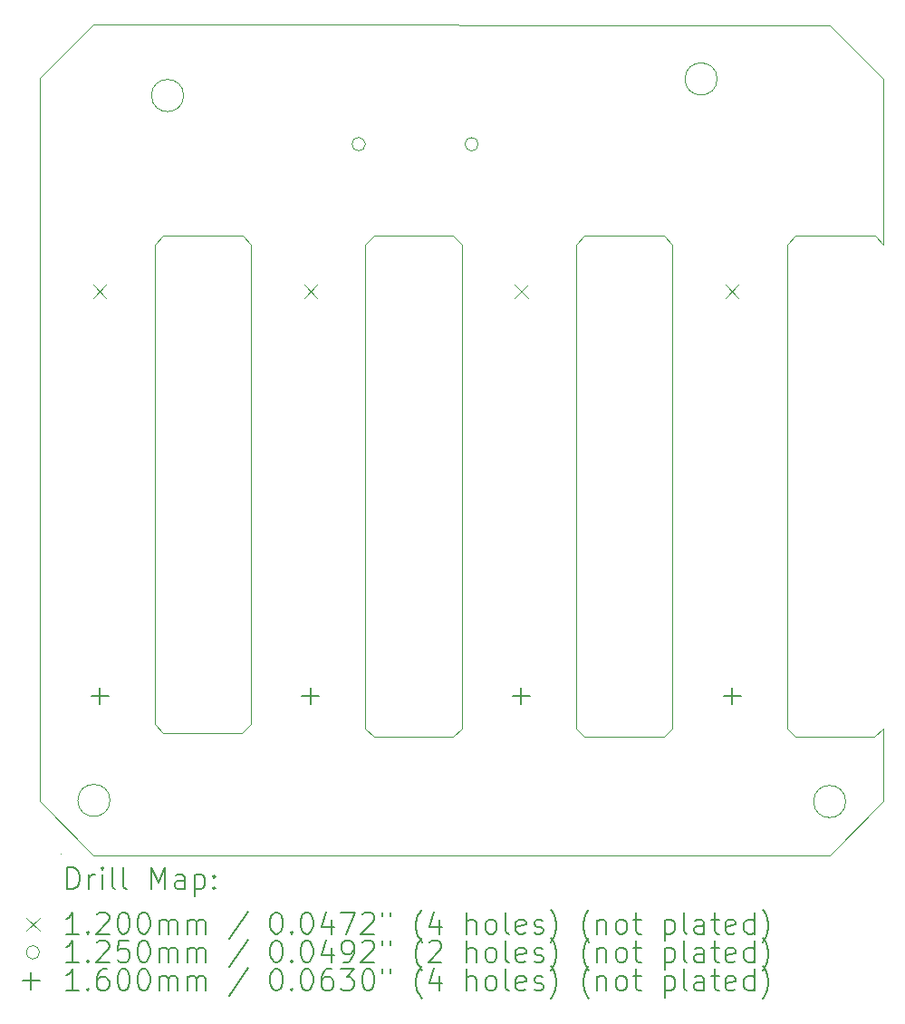
<source format=gbr>
%TF.GenerationSoftware,KiCad,Pcbnew,7.0.9*%
%TF.CreationDate,2024-04-10T09:45:45+08:00*%
%TF.ProjectId,6__ 2.5_NAS,36d84d20-322e-435f-984e-41532e6b6963,0.3*%
%TF.SameCoordinates,PXbbc77c0PY26f37c0*%
%TF.FileFunction,Drillmap*%
%TF.FilePolarity,Positive*%
%FSLAX45Y45*%
G04 Gerber Fmt 4.5, Leading zero omitted, Abs format (unit mm)*
G04 Created by KiCad (PCBNEW 7.0.9) date 2024-04-10 09:45:45*
%MOMM*%
%LPD*%
G01*
G04 APERTURE LIST*
%ADD10C,0.100000*%
%ADD11C,0.200000*%
%ADD12C,0.120000*%
%ADD13C,0.125000*%
%ADD14C,0.160000*%
G04 APERTURE END LIST*
D10*
X-1522930Y-391410D02*
X-779498Y-391410D01*
X2337070Y-471410D02*
X2417070Y-391410D01*
X-2672230Y-5676900D02*
X-2172230Y-6176900D01*
X-1602230Y-471410D02*
X-1522930Y-391410D01*
X3157070Y-5071410D02*
X2417070Y-5071410D01*
X3160501Y-391410D02*
X3237070Y-471410D01*
X-2019230Y-5666210D02*
G75*
G03*
X-2019230Y-5666210I-150000J0D01*
G01*
X5207000Y-4991410D02*
X5207000Y-5676900D01*
X-1602230Y-4954810D02*
X-1522230Y-5034810D01*
X367070Y-4991410D02*
X447070Y-5071410D01*
X1190502Y-391410D02*
X1267070Y-471410D01*
X-1330820Y919480D02*
G75*
G03*
X-1330820Y919480I-150000J0D01*
G01*
X-1602230Y-471410D02*
X-1602230Y-4954810D01*
X5206620Y1074800D02*
X4706620Y1574800D01*
X-2479230Y-6166810D02*
X-2479230Y-6166810D01*
X5130502Y-391410D02*
X5207070Y-471410D01*
X5127070Y-5071410D02*
X4387070Y-5071410D01*
X4387070Y-391410D02*
X5130502Y-391410D01*
X447070Y-391410D02*
X1190502Y-391410D01*
X1187070Y-5071410D02*
X447070Y-5071410D01*
X3237070Y-4991410D02*
X3157070Y-5071410D01*
X2337070Y-471410D02*
X2337070Y-4991410D01*
X2417070Y-391410D02*
X3160501Y-391410D01*
X2337070Y-4991410D02*
X2417070Y-5071410D01*
X-2172230Y1583190D02*
X4706620Y1574800D01*
X367070Y-471410D02*
X367075Y-4991410D01*
X5207070Y-471410D02*
X5206620Y1074800D01*
X-702930Y-4954810D02*
X-702930Y-471410D01*
X1267070Y-4991410D02*
X1267070Y-471410D01*
X1267070Y-4991410D02*
X1187070Y-5071410D01*
X-2672230Y-5676900D02*
X-2672230Y1083190D01*
X3655200Y1074420D02*
G75*
G03*
X3655200Y1074420I-150000J0D01*
G01*
X-782230Y-5034810D02*
X-1522230Y-5034810D01*
X-779498Y-391410D02*
X-702930Y-471410D01*
X4307070Y-4991410D02*
X4387070Y-5071410D01*
X5207000Y-5676900D02*
X4707000Y-6176900D01*
X-2172230Y-6176900D02*
X4707000Y-6176900D01*
X4307070Y-471410D02*
X4307070Y-4991410D01*
X4307070Y-471410D02*
X4387070Y-391410D01*
X-702230Y-4954810D02*
X-782230Y-5034810D01*
X5207070Y-4991410D02*
X5127070Y-5071410D01*
X367070Y-471410D02*
X447070Y-391410D01*
X-2172230Y1583190D02*
X-2672230Y1083190D01*
X4856620Y-5676900D02*
G75*
G03*
X4856620Y-5676900I-150000J0D01*
G01*
X3237070Y-4991410D02*
X3237070Y-471410D01*
D11*
D12*
X-2173910Y-850210D02*
X-2053910Y-970210D01*
X-2053910Y-850210D02*
X-2173910Y-970210D01*
X-204610Y-850210D02*
X-84610Y-970210D01*
X-84610Y-850210D02*
X-204610Y-970210D01*
X1765390Y-850210D02*
X1885390Y-970210D01*
X1885390Y-850210D02*
X1765390Y-970210D01*
X3735390Y-850210D02*
X3855390Y-970210D01*
X3855390Y-850210D02*
X3735390Y-970210D01*
D13*
X367620Y464820D02*
G75*
G03*
X367620Y464820I-62500J0D01*
G01*
X1423620Y464820D02*
G75*
G03*
X1423620Y464820I-62500J0D01*
G01*
D14*
X-2113910Y-4610210D02*
X-2113910Y-4770210D01*
X-2193910Y-4690210D02*
X-2033910Y-4690210D01*
X-144610Y-4610210D02*
X-144610Y-4770210D01*
X-224610Y-4690210D02*
X-64610Y-4690210D01*
X1825390Y-4610210D02*
X1825390Y-4770210D01*
X1745390Y-4690210D02*
X1905390Y-4690210D01*
X3795390Y-4610210D02*
X3795390Y-4770210D01*
X3715390Y-4690210D02*
X3875390Y-4690210D01*
D11*
X-2416453Y-6493384D02*
X-2416453Y-6293384D01*
X-2416453Y-6293384D02*
X-2368834Y-6293384D01*
X-2368834Y-6293384D02*
X-2340263Y-6302908D01*
X-2340263Y-6302908D02*
X-2321215Y-6321955D01*
X-2321215Y-6321955D02*
X-2311691Y-6341003D01*
X-2311691Y-6341003D02*
X-2302168Y-6379098D01*
X-2302168Y-6379098D02*
X-2302168Y-6407669D01*
X-2302168Y-6407669D02*
X-2311691Y-6445765D01*
X-2311691Y-6445765D02*
X-2321215Y-6464812D01*
X-2321215Y-6464812D02*
X-2340263Y-6483860D01*
X-2340263Y-6483860D02*
X-2368834Y-6493384D01*
X-2368834Y-6493384D02*
X-2416453Y-6493384D01*
X-2216453Y-6493384D02*
X-2216453Y-6360050D01*
X-2216453Y-6398146D02*
X-2206929Y-6379098D01*
X-2206929Y-6379098D02*
X-2197406Y-6369574D01*
X-2197406Y-6369574D02*
X-2178358Y-6360050D01*
X-2178358Y-6360050D02*
X-2159310Y-6360050D01*
X-2092644Y-6493384D02*
X-2092644Y-6360050D01*
X-2092644Y-6293384D02*
X-2102168Y-6302908D01*
X-2102168Y-6302908D02*
X-2092644Y-6312431D01*
X-2092644Y-6312431D02*
X-2083120Y-6302908D01*
X-2083120Y-6302908D02*
X-2092644Y-6293384D01*
X-2092644Y-6293384D02*
X-2092644Y-6312431D01*
X-1968834Y-6493384D02*
X-1987882Y-6483860D01*
X-1987882Y-6483860D02*
X-1997406Y-6464812D01*
X-1997406Y-6464812D02*
X-1997406Y-6293384D01*
X-1864072Y-6493384D02*
X-1883120Y-6483860D01*
X-1883120Y-6483860D02*
X-1892644Y-6464812D01*
X-1892644Y-6464812D02*
X-1892644Y-6293384D01*
X-1635501Y-6493384D02*
X-1635501Y-6293384D01*
X-1635501Y-6293384D02*
X-1568834Y-6436241D01*
X-1568834Y-6436241D02*
X-1502167Y-6293384D01*
X-1502167Y-6293384D02*
X-1502167Y-6493384D01*
X-1321215Y-6493384D02*
X-1321215Y-6388622D01*
X-1321215Y-6388622D02*
X-1330739Y-6369574D01*
X-1330739Y-6369574D02*
X-1349787Y-6360050D01*
X-1349787Y-6360050D02*
X-1387882Y-6360050D01*
X-1387882Y-6360050D02*
X-1406929Y-6369574D01*
X-1321215Y-6483860D02*
X-1340263Y-6493384D01*
X-1340263Y-6493384D02*
X-1387882Y-6493384D01*
X-1387882Y-6493384D02*
X-1406929Y-6483860D01*
X-1406929Y-6483860D02*
X-1416453Y-6464812D01*
X-1416453Y-6464812D02*
X-1416453Y-6445765D01*
X-1416453Y-6445765D02*
X-1406929Y-6426717D01*
X-1406929Y-6426717D02*
X-1387882Y-6417193D01*
X-1387882Y-6417193D02*
X-1340263Y-6417193D01*
X-1340263Y-6417193D02*
X-1321215Y-6407669D01*
X-1225977Y-6360050D02*
X-1225977Y-6560050D01*
X-1225977Y-6369574D02*
X-1206929Y-6360050D01*
X-1206929Y-6360050D02*
X-1168834Y-6360050D01*
X-1168834Y-6360050D02*
X-1149787Y-6369574D01*
X-1149787Y-6369574D02*
X-1140263Y-6379098D01*
X-1140263Y-6379098D02*
X-1130739Y-6398146D01*
X-1130739Y-6398146D02*
X-1130739Y-6455288D01*
X-1130739Y-6455288D02*
X-1140263Y-6474336D01*
X-1140263Y-6474336D02*
X-1149787Y-6483860D01*
X-1149787Y-6483860D02*
X-1168834Y-6493384D01*
X-1168834Y-6493384D02*
X-1206929Y-6493384D01*
X-1206929Y-6493384D02*
X-1225977Y-6483860D01*
X-1045025Y-6474336D02*
X-1035501Y-6483860D01*
X-1035501Y-6483860D02*
X-1045025Y-6493384D01*
X-1045025Y-6493384D02*
X-1054548Y-6483860D01*
X-1054548Y-6483860D02*
X-1045025Y-6474336D01*
X-1045025Y-6474336D02*
X-1045025Y-6493384D01*
X-1045025Y-6369574D02*
X-1035501Y-6379098D01*
X-1035501Y-6379098D02*
X-1045025Y-6388622D01*
X-1045025Y-6388622D02*
X-1054548Y-6379098D01*
X-1054548Y-6379098D02*
X-1045025Y-6369574D01*
X-1045025Y-6369574D02*
X-1045025Y-6388622D01*
D12*
X-2797230Y-6761900D02*
X-2677230Y-6881900D01*
X-2677230Y-6761900D02*
X-2797230Y-6881900D01*
D11*
X-2311691Y-6913384D02*
X-2425977Y-6913384D01*
X-2368834Y-6913384D02*
X-2368834Y-6713384D01*
X-2368834Y-6713384D02*
X-2387882Y-6741955D01*
X-2387882Y-6741955D02*
X-2406929Y-6761003D01*
X-2406929Y-6761003D02*
X-2425977Y-6770527D01*
X-2225977Y-6894336D02*
X-2216453Y-6903860D01*
X-2216453Y-6903860D02*
X-2225977Y-6913384D01*
X-2225977Y-6913384D02*
X-2235501Y-6903860D01*
X-2235501Y-6903860D02*
X-2225977Y-6894336D01*
X-2225977Y-6894336D02*
X-2225977Y-6913384D01*
X-2140263Y-6732431D02*
X-2130739Y-6722908D01*
X-2130739Y-6722908D02*
X-2111691Y-6713384D01*
X-2111691Y-6713384D02*
X-2064072Y-6713384D01*
X-2064072Y-6713384D02*
X-2045025Y-6722908D01*
X-2045025Y-6722908D02*
X-2035501Y-6732431D01*
X-2035501Y-6732431D02*
X-2025977Y-6751479D01*
X-2025977Y-6751479D02*
X-2025977Y-6770527D01*
X-2025977Y-6770527D02*
X-2035501Y-6799098D01*
X-2035501Y-6799098D02*
X-2149787Y-6913384D01*
X-2149787Y-6913384D02*
X-2025977Y-6913384D01*
X-1902167Y-6713384D02*
X-1883120Y-6713384D01*
X-1883120Y-6713384D02*
X-1864072Y-6722908D01*
X-1864072Y-6722908D02*
X-1854548Y-6732431D01*
X-1854548Y-6732431D02*
X-1845025Y-6751479D01*
X-1845025Y-6751479D02*
X-1835501Y-6789574D01*
X-1835501Y-6789574D02*
X-1835501Y-6837193D01*
X-1835501Y-6837193D02*
X-1845025Y-6875288D01*
X-1845025Y-6875288D02*
X-1854548Y-6894336D01*
X-1854548Y-6894336D02*
X-1864072Y-6903860D01*
X-1864072Y-6903860D02*
X-1883120Y-6913384D01*
X-1883120Y-6913384D02*
X-1902167Y-6913384D01*
X-1902167Y-6913384D02*
X-1921215Y-6903860D01*
X-1921215Y-6903860D02*
X-1930739Y-6894336D01*
X-1930739Y-6894336D02*
X-1940263Y-6875288D01*
X-1940263Y-6875288D02*
X-1949786Y-6837193D01*
X-1949786Y-6837193D02*
X-1949786Y-6789574D01*
X-1949786Y-6789574D02*
X-1940263Y-6751479D01*
X-1940263Y-6751479D02*
X-1930739Y-6732431D01*
X-1930739Y-6732431D02*
X-1921215Y-6722908D01*
X-1921215Y-6722908D02*
X-1902167Y-6713384D01*
X-1711691Y-6713384D02*
X-1692644Y-6713384D01*
X-1692644Y-6713384D02*
X-1673596Y-6722908D01*
X-1673596Y-6722908D02*
X-1664072Y-6732431D01*
X-1664072Y-6732431D02*
X-1654548Y-6751479D01*
X-1654548Y-6751479D02*
X-1645025Y-6789574D01*
X-1645025Y-6789574D02*
X-1645025Y-6837193D01*
X-1645025Y-6837193D02*
X-1654548Y-6875288D01*
X-1654548Y-6875288D02*
X-1664072Y-6894336D01*
X-1664072Y-6894336D02*
X-1673596Y-6903860D01*
X-1673596Y-6903860D02*
X-1692644Y-6913384D01*
X-1692644Y-6913384D02*
X-1711691Y-6913384D01*
X-1711691Y-6913384D02*
X-1730739Y-6903860D01*
X-1730739Y-6903860D02*
X-1740263Y-6894336D01*
X-1740263Y-6894336D02*
X-1749786Y-6875288D01*
X-1749786Y-6875288D02*
X-1759310Y-6837193D01*
X-1759310Y-6837193D02*
X-1759310Y-6789574D01*
X-1759310Y-6789574D02*
X-1749786Y-6751479D01*
X-1749786Y-6751479D02*
X-1740263Y-6732431D01*
X-1740263Y-6732431D02*
X-1730739Y-6722908D01*
X-1730739Y-6722908D02*
X-1711691Y-6713384D01*
X-1559310Y-6913384D02*
X-1559310Y-6780050D01*
X-1559310Y-6799098D02*
X-1549786Y-6789574D01*
X-1549786Y-6789574D02*
X-1530739Y-6780050D01*
X-1530739Y-6780050D02*
X-1502167Y-6780050D01*
X-1502167Y-6780050D02*
X-1483120Y-6789574D01*
X-1483120Y-6789574D02*
X-1473596Y-6808622D01*
X-1473596Y-6808622D02*
X-1473596Y-6913384D01*
X-1473596Y-6808622D02*
X-1464072Y-6789574D01*
X-1464072Y-6789574D02*
X-1445025Y-6780050D01*
X-1445025Y-6780050D02*
X-1416453Y-6780050D01*
X-1416453Y-6780050D02*
X-1397406Y-6789574D01*
X-1397406Y-6789574D02*
X-1387882Y-6808622D01*
X-1387882Y-6808622D02*
X-1387882Y-6913384D01*
X-1292644Y-6913384D02*
X-1292644Y-6780050D01*
X-1292644Y-6799098D02*
X-1283120Y-6789574D01*
X-1283120Y-6789574D02*
X-1264072Y-6780050D01*
X-1264072Y-6780050D02*
X-1235501Y-6780050D01*
X-1235501Y-6780050D02*
X-1216453Y-6789574D01*
X-1216453Y-6789574D02*
X-1206929Y-6808622D01*
X-1206929Y-6808622D02*
X-1206929Y-6913384D01*
X-1206929Y-6808622D02*
X-1197406Y-6789574D01*
X-1197406Y-6789574D02*
X-1178358Y-6780050D01*
X-1178358Y-6780050D02*
X-1149787Y-6780050D01*
X-1149787Y-6780050D02*
X-1130739Y-6789574D01*
X-1130739Y-6789574D02*
X-1121215Y-6808622D01*
X-1121215Y-6808622D02*
X-1121215Y-6913384D01*
X-730739Y-6703860D02*
X-902167Y-6961003D01*
X-473596Y-6713384D02*
X-454548Y-6713384D01*
X-454548Y-6713384D02*
X-435501Y-6722908D01*
X-435501Y-6722908D02*
X-425977Y-6732431D01*
X-425977Y-6732431D02*
X-416453Y-6751479D01*
X-416453Y-6751479D02*
X-406929Y-6789574D01*
X-406929Y-6789574D02*
X-406929Y-6837193D01*
X-406929Y-6837193D02*
X-416453Y-6875288D01*
X-416453Y-6875288D02*
X-425977Y-6894336D01*
X-425977Y-6894336D02*
X-435501Y-6903860D01*
X-435501Y-6903860D02*
X-454548Y-6913384D01*
X-454548Y-6913384D02*
X-473596Y-6913384D01*
X-473596Y-6913384D02*
X-492643Y-6903860D01*
X-492643Y-6903860D02*
X-502167Y-6894336D01*
X-502167Y-6894336D02*
X-511691Y-6875288D01*
X-511691Y-6875288D02*
X-521215Y-6837193D01*
X-521215Y-6837193D02*
X-521215Y-6789574D01*
X-521215Y-6789574D02*
X-511691Y-6751479D01*
X-511691Y-6751479D02*
X-502167Y-6732431D01*
X-502167Y-6732431D02*
X-492643Y-6722908D01*
X-492643Y-6722908D02*
X-473596Y-6713384D01*
X-321215Y-6894336D02*
X-311691Y-6903860D01*
X-311691Y-6903860D02*
X-321215Y-6913384D01*
X-321215Y-6913384D02*
X-330739Y-6903860D01*
X-330739Y-6903860D02*
X-321215Y-6894336D01*
X-321215Y-6894336D02*
X-321215Y-6913384D01*
X-187882Y-6713384D02*
X-168834Y-6713384D01*
X-168834Y-6713384D02*
X-149786Y-6722908D01*
X-149786Y-6722908D02*
X-140263Y-6732431D01*
X-140263Y-6732431D02*
X-130739Y-6751479D01*
X-130739Y-6751479D02*
X-121215Y-6789574D01*
X-121215Y-6789574D02*
X-121215Y-6837193D01*
X-121215Y-6837193D02*
X-130739Y-6875288D01*
X-130739Y-6875288D02*
X-140263Y-6894336D01*
X-140263Y-6894336D02*
X-149786Y-6903860D01*
X-149786Y-6903860D02*
X-168834Y-6913384D01*
X-168834Y-6913384D02*
X-187882Y-6913384D01*
X-187882Y-6913384D02*
X-206929Y-6903860D01*
X-206929Y-6903860D02*
X-216453Y-6894336D01*
X-216453Y-6894336D02*
X-225977Y-6875288D01*
X-225977Y-6875288D02*
X-235501Y-6837193D01*
X-235501Y-6837193D02*
X-235501Y-6789574D01*
X-235501Y-6789574D02*
X-225977Y-6751479D01*
X-225977Y-6751479D02*
X-216453Y-6732431D01*
X-216453Y-6732431D02*
X-206929Y-6722908D01*
X-206929Y-6722908D02*
X-187882Y-6713384D01*
X50214Y-6780050D02*
X50214Y-6913384D01*
X2595Y-6703860D02*
X-45024Y-6846717D01*
X-45024Y-6846717D02*
X78785Y-6846717D01*
X135928Y-6713384D02*
X269261Y-6713384D01*
X269261Y-6713384D02*
X183547Y-6913384D01*
X335928Y-6732431D02*
X345452Y-6722908D01*
X345452Y-6722908D02*
X364499Y-6713384D01*
X364499Y-6713384D02*
X412118Y-6713384D01*
X412118Y-6713384D02*
X431166Y-6722908D01*
X431166Y-6722908D02*
X440690Y-6732431D01*
X440690Y-6732431D02*
X450214Y-6751479D01*
X450214Y-6751479D02*
X450214Y-6770527D01*
X450214Y-6770527D02*
X440690Y-6799098D01*
X440690Y-6799098D02*
X326404Y-6913384D01*
X326404Y-6913384D02*
X450214Y-6913384D01*
X526404Y-6713384D02*
X526404Y-6751479D01*
X602595Y-6713384D02*
X602595Y-6751479D01*
X897833Y-6989574D02*
X888309Y-6980050D01*
X888309Y-6980050D02*
X869261Y-6951479D01*
X869261Y-6951479D02*
X859738Y-6932431D01*
X859738Y-6932431D02*
X850214Y-6903860D01*
X850214Y-6903860D02*
X840690Y-6856241D01*
X840690Y-6856241D02*
X840690Y-6818146D01*
X840690Y-6818146D02*
X850214Y-6770527D01*
X850214Y-6770527D02*
X859738Y-6741955D01*
X859738Y-6741955D02*
X869261Y-6722908D01*
X869261Y-6722908D02*
X888309Y-6694336D01*
X888309Y-6694336D02*
X897833Y-6684812D01*
X1059738Y-6780050D02*
X1059738Y-6913384D01*
X1012118Y-6703860D02*
X964499Y-6846717D01*
X964499Y-6846717D02*
X1088309Y-6846717D01*
X1316881Y-6913384D02*
X1316881Y-6713384D01*
X1402595Y-6913384D02*
X1402595Y-6808622D01*
X1402595Y-6808622D02*
X1393071Y-6789574D01*
X1393071Y-6789574D02*
X1374023Y-6780050D01*
X1374023Y-6780050D02*
X1345452Y-6780050D01*
X1345452Y-6780050D02*
X1326404Y-6789574D01*
X1326404Y-6789574D02*
X1316881Y-6799098D01*
X1526404Y-6913384D02*
X1507357Y-6903860D01*
X1507357Y-6903860D02*
X1497833Y-6894336D01*
X1497833Y-6894336D02*
X1488309Y-6875288D01*
X1488309Y-6875288D02*
X1488309Y-6818146D01*
X1488309Y-6818146D02*
X1497833Y-6799098D01*
X1497833Y-6799098D02*
X1507357Y-6789574D01*
X1507357Y-6789574D02*
X1526404Y-6780050D01*
X1526404Y-6780050D02*
X1554976Y-6780050D01*
X1554976Y-6780050D02*
X1574023Y-6789574D01*
X1574023Y-6789574D02*
X1583547Y-6799098D01*
X1583547Y-6799098D02*
X1593071Y-6818146D01*
X1593071Y-6818146D02*
X1593071Y-6875288D01*
X1593071Y-6875288D02*
X1583547Y-6894336D01*
X1583547Y-6894336D02*
X1574023Y-6903860D01*
X1574023Y-6903860D02*
X1554976Y-6913384D01*
X1554976Y-6913384D02*
X1526404Y-6913384D01*
X1707357Y-6913384D02*
X1688309Y-6903860D01*
X1688309Y-6903860D02*
X1678785Y-6884812D01*
X1678785Y-6884812D02*
X1678785Y-6713384D01*
X1859738Y-6903860D02*
X1840690Y-6913384D01*
X1840690Y-6913384D02*
X1802595Y-6913384D01*
X1802595Y-6913384D02*
X1783547Y-6903860D01*
X1783547Y-6903860D02*
X1774023Y-6884812D01*
X1774023Y-6884812D02*
X1774023Y-6808622D01*
X1774023Y-6808622D02*
X1783547Y-6789574D01*
X1783547Y-6789574D02*
X1802595Y-6780050D01*
X1802595Y-6780050D02*
X1840690Y-6780050D01*
X1840690Y-6780050D02*
X1859738Y-6789574D01*
X1859738Y-6789574D02*
X1869261Y-6808622D01*
X1869261Y-6808622D02*
X1869261Y-6827669D01*
X1869261Y-6827669D02*
X1774023Y-6846717D01*
X1945452Y-6903860D02*
X1964500Y-6913384D01*
X1964500Y-6913384D02*
X2002595Y-6913384D01*
X2002595Y-6913384D02*
X2021642Y-6903860D01*
X2021642Y-6903860D02*
X2031166Y-6884812D01*
X2031166Y-6884812D02*
X2031166Y-6875288D01*
X2031166Y-6875288D02*
X2021642Y-6856241D01*
X2021642Y-6856241D02*
X2002595Y-6846717D01*
X2002595Y-6846717D02*
X1974023Y-6846717D01*
X1974023Y-6846717D02*
X1954976Y-6837193D01*
X1954976Y-6837193D02*
X1945452Y-6818146D01*
X1945452Y-6818146D02*
X1945452Y-6808622D01*
X1945452Y-6808622D02*
X1954976Y-6789574D01*
X1954976Y-6789574D02*
X1974023Y-6780050D01*
X1974023Y-6780050D02*
X2002595Y-6780050D01*
X2002595Y-6780050D02*
X2021642Y-6789574D01*
X2097833Y-6989574D02*
X2107357Y-6980050D01*
X2107357Y-6980050D02*
X2126404Y-6951479D01*
X2126404Y-6951479D02*
X2135928Y-6932431D01*
X2135928Y-6932431D02*
X2145452Y-6903860D01*
X2145452Y-6903860D02*
X2154976Y-6856241D01*
X2154976Y-6856241D02*
X2154976Y-6818146D01*
X2154976Y-6818146D02*
X2145452Y-6770527D01*
X2145452Y-6770527D02*
X2135928Y-6741955D01*
X2135928Y-6741955D02*
X2126404Y-6722908D01*
X2126404Y-6722908D02*
X2107357Y-6694336D01*
X2107357Y-6694336D02*
X2097833Y-6684812D01*
X2459738Y-6989574D02*
X2450214Y-6980050D01*
X2450214Y-6980050D02*
X2431166Y-6951479D01*
X2431166Y-6951479D02*
X2421643Y-6932431D01*
X2421643Y-6932431D02*
X2412119Y-6903860D01*
X2412119Y-6903860D02*
X2402595Y-6856241D01*
X2402595Y-6856241D02*
X2402595Y-6818146D01*
X2402595Y-6818146D02*
X2412119Y-6770527D01*
X2412119Y-6770527D02*
X2421643Y-6741955D01*
X2421643Y-6741955D02*
X2431166Y-6722908D01*
X2431166Y-6722908D02*
X2450214Y-6694336D01*
X2450214Y-6694336D02*
X2459738Y-6684812D01*
X2535928Y-6780050D02*
X2535928Y-6913384D01*
X2535928Y-6799098D02*
X2545452Y-6789574D01*
X2545452Y-6789574D02*
X2564500Y-6780050D01*
X2564500Y-6780050D02*
X2593071Y-6780050D01*
X2593071Y-6780050D02*
X2612119Y-6789574D01*
X2612119Y-6789574D02*
X2621643Y-6808622D01*
X2621643Y-6808622D02*
X2621643Y-6913384D01*
X2745452Y-6913384D02*
X2726404Y-6903860D01*
X2726404Y-6903860D02*
X2716881Y-6894336D01*
X2716881Y-6894336D02*
X2707357Y-6875288D01*
X2707357Y-6875288D02*
X2707357Y-6818146D01*
X2707357Y-6818146D02*
X2716881Y-6799098D01*
X2716881Y-6799098D02*
X2726404Y-6789574D01*
X2726404Y-6789574D02*
X2745452Y-6780050D01*
X2745452Y-6780050D02*
X2774024Y-6780050D01*
X2774024Y-6780050D02*
X2793071Y-6789574D01*
X2793071Y-6789574D02*
X2802595Y-6799098D01*
X2802595Y-6799098D02*
X2812119Y-6818146D01*
X2812119Y-6818146D02*
X2812119Y-6875288D01*
X2812119Y-6875288D02*
X2802595Y-6894336D01*
X2802595Y-6894336D02*
X2793071Y-6903860D01*
X2793071Y-6903860D02*
X2774024Y-6913384D01*
X2774024Y-6913384D02*
X2745452Y-6913384D01*
X2869262Y-6780050D02*
X2945452Y-6780050D01*
X2897833Y-6713384D02*
X2897833Y-6884812D01*
X2897833Y-6884812D02*
X2907357Y-6903860D01*
X2907357Y-6903860D02*
X2926404Y-6913384D01*
X2926404Y-6913384D02*
X2945452Y-6913384D01*
X3164500Y-6780050D02*
X3164500Y-6980050D01*
X3164500Y-6789574D02*
X3183547Y-6780050D01*
X3183547Y-6780050D02*
X3221643Y-6780050D01*
X3221643Y-6780050D02*
X3240690Y-6789574D01*
X3240690Y-6789574D02*
X3250214Y-6799098D01*
X3250214Y-6799098D02*
X3259738Y-6818146D01*
X3259738Y-6818146D02*
X3259738Y-6875288D01*
X3259738Y-6875288D02*
X3250214Y-6894336D01*
X3250214Y-6894336D02*
X3240690Y-6903860D01*
X3240690Y-6903860D02*
X3221643Y-6913384D01*
X3221643Y-6913384D02*
X3183547Y-6913384D01*
X3183547Y-6913384D02*
X3164500Y-6903860D01*
X3374023Y-6913384D02*
X3354976Y-6903860D01*
X3354976Y-6903860D02*
X3345452Y-6884812D01*
X3345452Y-6884812D02*
X3345452Y-6713384D01*
X3535928Y-6913384D02*
X3535928Y-6808622D01*
X3535928Y-6808622D02*
X3526404Y-6789574D01*
X3526404Y-6789574D02*
X3507357Y-6780050D01*
X3507357Y-6780050D02*
X3469262Y-6780050D01*
X3469262Y-6780050D02*
X3450214Y-6789574D01*
X3535928Y-6903860D02*
X3516881Y-6913384D01*
X3516881Y-6913384D02*
X3469262Y-6913384D01*
X3469262Y-6913384D02*
X3450214Y-6903860D01*
X3450214Y-6903860D02*
X3440690Y-6884812D01*
X3440690Y-6884812D02*
X3440690Y-6865765D01*
X3440690Y-6865765D02*
X3450214Y-6846717D01*
X3450214Y-6846717D02*
X3469262Y-6837193D01*
X3469262Y-6837193D02*
X3516881Y-6837193D01*
X3516881Y-6837193D02*
X3535928Y-6827669D01*
X3602595Y-6780050D02*
X3678785Y-6780050D01*
X3631166Y-6713384D02*
X3631166Y-6884812D01*
X3631166Y-6884812D02*
X3640690Y-6903860D01*
X3640690Y-6903860D02*
X3659738Y-6913384D01*
X3659738Y-6913384D02*
X3678785Y-6913384D01*
X3821643Y-6903860D02*
X3802595Y-6913384D01*
X3802595Y-6913384D02*
X3764500Y-6913384D01*
X3764500Y-6913384D02*
X3745452Y-6903860D01*
X3745452Y-6903860D02*
X3735928Y-6884812D01*
X3735928Y-6884812D02*
X3735928Y-6808622D01*
X3735928Y-6808622D02*
X3745452Y-6789574D01*
X3745452Y-6789574D02*
X3764500Y-6780050D01*
X3764500Y-6780050D02*
X3802595Y-6780050D01*
X3802595Y-6780050D02*
X3821643Y-6789574D01*
X3821643Y-6789574D02*
X3831166Y-6808622D01*
X3831166Y-6808622D02*
X3831166Y-6827669D01*
X3831166Y-6827669D02*
X3735928Y-6846717D01*
X4002595Y-6913384D02*
X4002595Y-6713384D01*
X4002595Y-6903860D02*
X3983547Y-6913384D01*
X3983547Y-6913384D02*
X3945452Y-6913384D01*
X3945452Y-6913384D02*
X3926404Y-6903860D01*
X3926404Y-6903860D02*
X3916881Y-6894336D01*
X3916881Y-6894336D02*
X3907357Y-6875288D01*
X3907357Y-6875288D02*
X3907357Y-6818146D01*
X3907357Y-6818146D02*
X3916881Y-6799098D01*
X3916881Y-6799098D02*
X3926404Y-6789574D01*
X3926404Y-6789574D02*
X3945452Y-6780050D01*
X3945452Y-6780050D02*
X3983547Y-6780050D01*
X3983547Y-6780050D02*
X4002595Y-6789574D01*
X4078785Y-6989574D02*
X4088309Y-6980050D01*
X4088309Y-6980050D02*
X4107357Y-6951479D01*
X4107357Y-6951479D02*
X4116881Y-6932431D01*
X4116881Y-6932431D02*
X4126404Y-6903860D01*
X4126404Y-6903860D02*
X4135928Y-6856241D01*
X4135928Y-6856241D02*
X4135928Y-6818146D01*
X4135928Y-6818146D02*
X4126404Y-6770527D01*
X4126404Y-6770527D02*
X4116881Y-6741955D01*
X4116881Y-6741955D02*
X4107357Y-6722908D01*
X4107357Y-6722908D02*
X4088309Y-6694336D01*
X4088309Y-6694336D02*
X4078785Y-6684812D01*
D13*
X-2677230Y-7085900D02*
G75*
G03*
X-2677230Y-7085900I-62500J0D01*
G01*
D11*
X-2311691Y-7177384D02*
X-2425977Y-7177384D01*
X-2368834Y-7177384D02*
X-2368834Y-6977384D01*
X-2368834Y-6977384D02*
X-2387882Y-7005955D01*
X-2387882Y-7005955D02*
X-2406929Y-7025003D01*
X-2406929Y-7025003D02*
X-2425977Y-7034527D01*
X-2225977Y-7158336D02*
X-2216453Y-7167860D01*
X-2216453Y-7167860D02*
X-2225977Y-7177384D01*
X-2225977Y-7177384D02*
X-2235501Y-7167860D01*
X-2235501Y-7167860D02*
X-2225977Y-7158336D01*
X-2225977Y-7158336D02*
X-2225977Y-7177384D01*
X-2140263Y-6996431D02*
X-2130739Y-6986908D01*
X-2130739Y-6986908D02*
X-2111691Y-6977384D01*
X-2111691Y-6977384D02*
X-2064072Y-6977384D01*
X-2064072Y-6977384D02*
X-2045025Y-6986908D01*
X-2045025Y-6986908D02*
X-2035501Y-6996431D01*
X-2035501Y-6996431D02*
X-2025977Y-7015479D01*
X-2025977Y-7015479D02*
X-2025977Y-7034527D01*
X-2025977Y-7034527D02*
X-2035501Y-7063098D01*
X-2035501Y-7063098D02*
X-2149787Y-7177384D01*
X-2149787Y-7177384D02*
X-2025977Y-7177384D01*
X-1845025Y-6977384D02*
X-1940263Y-6977384D01*
X-1940263Y-6977384D02*
X-1949786Y-7072622D01*
X-1949786Y-7072622D02*
X-1940263Y-7063098D01*
X-1940263Y-7063098D02*
X-1921215Y-7053574D01*
X-1921215Y-7053574D02*
X-1873596Y-7053574D01*
X-1873596Y-7053574D02*
X-1854548Y-7063098D01*
X-1854548Y-7063098D02*
X-1845025Y-7072622D01*
X-1845025Y-7072622D02*
X-1835501Y-7091669D01*
X-1835501Y-7091669D02*
X-1835501Y-7139288D01*
X-1835501Y-7139288D02*
X-1845025Y-7158336D01*
X-1845025Y-7158336D02*
X-1854548Y-7167860D01*
X-1854548Y-7167860D02*
X-1873596Y-7177384D01*
X-1873596Y-7177384D02*
X-1921215Y-7177384D01*
X-1921215Y-7177384D02*
X-1940263Y-7167860D01*
X-1940263Y-7167860D02*
X-1949786Y-7158336D01*
X-1711691Y-6977384D02*
X-1692644Y-6977384D01*
X-1692644Y-6977384D02*
X-1673596Y-6986908D01*
X-1673596Y-6986908D02*
X-1664072Y-6996431D01*
X-1664072Y-6996431D02*
X-1654548Y-7015479D01*
X-1654548Y-7015479D02*
X-1645025Y-7053574D01*
X-1645025Y-7053574D02*
X-1645025Y-7101193D01*
X-1645025Y-7101193D02*
X-1654548Y-7139288D01*
X-1654548Y-7139288D02*
X-1664072Y-7158336D01*
X-1664072Y-7158336D02*
X-1673596Y-7167860D01*
X-1673596Y-7167860D02*
X-1692644Y-7177384D01*
X-1692644Y-7177384D02*
X-1711691Y-7177384D01*
X-1711691Y-7177384D02*
X-1730739Y-7167860D01*
X-1730739Y-7167860D02*
X-1740263Y-7158336D01*
X-1740263Y-7158336D02*
X-1749786Y-7139288D01*
X-1749786Y-7139288D02*
X-1759310Y-7101193D01*
X-1759310Y-7101193D02*
X-1759310Y-7053574D01*
X-1759310Y-7053574D02*
X-1749786Y-7015479D01*
X-1749786Y-7015479D02*
X-1740263Y-6996431D01*
X-1740263Y-6996431D02*
X-1730739Y-6986908D01*
X-1730739Y-6986908D02*
X-1711691Y-6977384D01*
X-1559310Y-7177384D02*
X-1559310Y-7044050D01*
X-1559310Y-7063098D02*
X-1549786Y-7053574D01*
X-1549786Y-7053574D02*
X-1530739Y-7044050D01*
X-1530739Y-7044050D02*
X-1502167Y-7044050D01*
X-1502167Y-7044050D02*
X-1483120Y-7053574D01*
X-1483120Y-7053574D02*
X-1473596Y-7072622D01*
X-1473596Y-7072622D02*
X-1473596Y-7177384D01*
X-1473596Y-7072622D02*
X-1464072Y-7053574D01*
X-1464072Y-7053574D02*
X-1445025Y-7044050D01*
X-1445025Y-7044050D02*
X-1416453Y-7044050D01*
X-1416453Y-7044050D02*
X-1397406Y-7053574D01*
X-1397406Y-7053574D02*
X-1387882Y-7072622D01*
X-1387882Y-7072622D02*
X-1387882Y-7177384D01*
X-1292644Y-7177384D02*
X-1292644Y-7044050D01*
X-1292644Y-7063098D02*
X-1283120Y-7053574D01*
X-1283120Y-7053574D02*
X-1264072Y-7044050D01*
X-1264072Y-7044050D02*
X-1235501Y-7044050D01*
X-1235501Y-7044050D02*
X-1216453Y-7053574D01*
X-1216453Y-7053574D02*
X-1206929Y-7072622D01*
X-1206929Y-7072622D02*
X-1206929Y-7177384D01*
X-1206929Y-7072622D02*
X-1197406Y-7053574D01*
X-1197406Y-7053574D02*
X-1178358Y-7044050D01*
X-1178358Y-7044050D02*
X-1149787Y-7044050D01*
X-1149787Y-7044050D02*
X-1130739Y-7053574D01*
X-1130739Y-7053574D02*
X-1121215Y-7072622D01*
X-1121215Y-7072622D02*
X-1121215Y-7177384D01*
X-730739Y-6967860D02*
X-902167Y-7225003D01*
X-473596Y-6977384D02*
X-454548Y-6977384D01*
X-454548Y-6977384D02*
X-435501Y-6986908D01*
X-435501Y-6986908D02*
X-425977Y-6996431D01*
X-425977Y-6996431D02*
X-416453Y-7015479D01*
X-416453Y-7015479D02*
X-406929Y-7053574D01*
X-406929Y-7053574D02*
X-406929Y-7101193D01*
X-406929Y-7101193D02*
X-416453Y-7139288D01*
X-416453Y-7139288D02*
X-425977Y-7158336D01*
X-425977Y-7158336D02*
X-435501Y-7167860D01*
X-435501Y-7167860D02*
X-454548Y-7177384D01*
X-454548Y-7177384D02*
X-473596Y-7177384D01*
X-473596Y-7177384D02*
X-492643Y-7167860D01*
X-492643Y-7167860D02*
X-502167Y-7158336D01*
X-502167Y-7158336D02*
X-511691Y-7139288D01*
X-511691Y-7139288D02*
X-521215Y-7101193D01*
X-521215Y-7101193D02*
X-521215Y-7053574D01*
X-521215Y-7053574D02*
X-511691Y-7015479D01*
X-511691Y-7015479D02*
X-502167Y-6996431D01*
X-502167Y-6996431D02*
X-492643Y-6986908D01*
X-492643Y-6986908D02*
X-473596Y-6977384D01*
X-321215Y-7158336D02*
X-311691Y-7167860D01*
X-311691Y-7167860D02*
X-321215Y-7177384D01*
X-321215Y-7177384D02*
X-330739Y-7167860D01*
X-330739Y-7167860D02*
X-321215Y-7158336D01*
X-321215Y-7158336D02*
X-321215Y-7177384D01*
X-187882Y-6977384D02*
X-168834Y-6977384D01*
X-168834Y-6977384D02*
X-149786Y-6986908D01*
X-149786Y-6986908D02*
X-140263Y-6996431D01*
X-140263Y-6996431D02*
X-130739Y-7015479D01*
X-130739Y-7015479D02*
X-121215Y-7053574D01*
X-121215Y-7053574D02*
X-121215Y-7101193D01*
X-121215Y-7101193D02*
X-130739Y-7139288D01*
X-130739Y-7139288D02*
X-140263Y-7158336D01*
X-140263Y-7158336D02*
X-149786Y-7167860D01*
X-149786Y-7167860D02*
X-168834Y-7177384D01*
X-168834Y-7177384D02*
X-187882Y-7177384D01*
X-187882Y-7177384D02*
X-206929Y-7167860D01*
X-206929Y-7167860D02*
X-216453Y-7158336D01*
X-216453Y-7158336D02*
X-225977Y-7139288D01*
X-225977Y-7139288D02*
X-235501Y-7101193D01*
X-235501Y-7101193D02*
X-235501Y-7053574D01*
X-235501Y-7053574D02*
X-225977Y-7015479D01*
X-225977Y-7015479D02*
X-216453Y-6996431D01*
X-216453Y-6996431D02*
X-206929Y-6986908D01*
X-206929Y-6986908D02*
X-187882Y-6977384D01*
X50214Y-7044050D02*
X50214Y-7177384D01*
X2595Y-6967860D02*
X-45024Y-7110717D01*
X-45024Y-7110717D02*
X78785Y-7110717D01*
X164499Y-7177384D02*
X202595Y-7177384D01*
X202595Y-7177384D02*
X221642Y-7167860D01*
X221642Y-7167860D02*
X231166Y-7158336D01*
X231166Y-7158336D02*
X250214Y-7129765D01*
X250214Y-7129765D02*
X259737Y-7091669D01*
X259737Y-7091669D02*
X259737Y-7015479D01*
X259737Y-7015479D02*
X250214Y-6996431D01*
X250214Y-6996431D02*
X240690Y-6986908D01*
X240690Y-6986908D02*
X221642Y-6977384D01*
X221642Y-6977384D02*
X183547Y-6977384D01*
X183547Y-6977384D02*
X164499Y-6986908D01*
X164499Y-6986908D02*
X154976Y-6996431D01*
X154976Y-6996431D02*
X145452Y-7015479D01*
X145452Y-7015479D02*
X145452Y-7063098D01*
X145452Y-7063098D02*
X154976Y-7082146D01*
X154976Y-7082146D02*
X164499Y-7091669D01*
X164499Y-7091669D02*
X183547Y-7101193D01*
X183547Y-7101193D02*
X221642Y-7101193D01*
X221642Y-7101193D02*
X240690Y-7091669D01*
X240690Y-7091669D02*
X250214Y-7082146D01*
X250214Y-7082146D02*
X259737Y-7063098D01*
X335928Y-6996431D02*
X345452Y-6986908D01*
X345452Y-6986908D02*
X364499Y-6977384D01*
X364499Y-6977384D02*
X412118Y-6977384D01*
X412118Y-6977384D02*
X431166Y-6986908D01*
X431166Y-6986908D02*
X440690Y-6996431D01*
X440690Y-6996431D02*
X450214Y-7015479D01*
X450214Y-7015479D02*
X450214Y-7034527D01*
X450214Y-7034527D02*
X440690Y-7063098D01*
X440690Y-7063098D02*
X326404Y-7177384D01*
X326404Y-7177384D02*
X450214Y-7177384D01*
X526404Y-6977384D02*
X526404Y-7015479D01*
X602595Y-6977384D02*
X602595Y-7015479D01*
X897833Y-7253574D02*
X888309Y-7244050D01*
X888309Y-7244050D02*
X869261Y-7215479D01*
X869261Y-7215479D02*
X859738Y-7196431D01*
X859738Y-7196431D02*
X850214Y-7167860D01*
X850214Y-7167860D02*
X840690Y-7120241D01*
X840690Y-7120241D02*
X840690Y-7082146D01*
X840690Y-7082146D02*
X850214Y-7034527D01*
X850214Y-7034527D02*
X859738Y-7005955D01*
X859738Y-7005955D02*
X869261Y-6986908D01*
X869261Y-6986908D02*
X888309Y-6958336D01*
X888309Y-6958336D02*
X897833Y-6948812D01*
X964499Y-6996431D02*
X974023Y-6986908D01*
X974023Y-6986908D02*
X993071Y-6977384D01*
X993071Y-6977384D02*
X1040690Y-6977384D01*
X1040690Y-6977384D02*
X1059738Y-6986908D01*
X1059738Y-6986908D02*
X1069261Y-6996431D01*
X1069261Y-6996431D02*
X1078785Y-7015479D01*
X1078785Y-7015479D02*
X1078785Y-7034527D01*
X1078785Y-7034527D02*
X1069261Y-7063098D01*
X1069261Y-7063098D02*
X954976Y-7177384D01*
X954976Y-7177384D02*
X1078785Y-7177384D01*
X1316881Y-7177384D02*
X1316881Y-6977384D01*
X1402595Y-7177384D02*
X1402595Y-7072622D01*
X1402595Y-7072622D02*
X1393071Y-7053574D01*
X1393071Y-7053574D02*
X1374023Y-7044050D01*
X1374023Y-7044050D02*
X1345452Y-7044050D01*
X1345452Y-7044050D02*
X1326404Y-7053574D01*
X1326404Y-7053574D02*
X1316881Y-7063098D01*
X1526404Y-7177384D02*
X1507357Y-7167860D01*
X1507357Y-7167860D02*
X1497833Y-7158336D01*
X1497833Y-7158336D02*
X1488309Y-7139288D01*
X1488309Y-7139288D02*
X1488309Y-7082146D01*
X1488309Y-7082146D02*
X1497833Y-7063098D01*
X1497833Y-7063098D02*
X1507357Y-7053574D01*
X1507357Y-7053574D02*
X1526404Y-7044050D01*
X1526404Y-7044050D02*
X1554976Y-7044050D01*
X1554976Y-7044050D02*
X1574023Y-7053574D01*
X1574023Y-7053574D02*
X1583547Y-7063098D01*
X1583547Y-7063098D02*
X1593071Y-7082146D01*
X1593071Y-7082146D02*
X1593071Y-7139288D01*
X1593071Y-7139288D02*
X1583547Y-7158336D01*
X1583547Y-7158336D02*
X1574023Y-7167860D01*
X1574023Y-7167860D02*
X1554976Y-7177384D01*
X1554976Y-7177384D02*
X1526404Y-7177384D01*
X1707357Y-7177384D02*
X1688309Y-7167860D01*
X1688309Y-7167860D02*
X1678785Y-7148812D01*
X1678785Y-7148812D02*
X1678785Y-6977384D01*
X1859738Y-7167860D02*
X1840690Y-7177384D01*
X1840690Y-7177384D02*
X1802595Y-7177384D01*
X1802595Y-7177384D02*
X1783547Y-7167860D01*
X1783547Y-7167860D02*
X1774023Y-7148812D01*
X1774023Y-7148812D02*
X1774023Y-7072622D01*
X1774023Y-7072622D02*
X1783547Y-7053574D01*
X1783547Y-7053574D02*
X1802595Y-7044050D01*
X1802595Y-7044050D02*
X1840690Y-7044050D01*
X1840690Y-7044050D02*
X1859738Y-7053574D01*
X1859738Y-7053574D02*
X1869261Y-7072622D01*
X1869261Y-7072622D02*
X1869261Y-7091669D01*
X1869261Y-7091669D02*
X1774023Y-7110717D01*
X1945452Y-7167860D02*
X1964500Y-7177384D01*
X1964500Y-7177384D02*
X2002595Y-7177384D01*
X2002595Y-7177384D02*
X2021642Y-7167860D01*
X2021642Y-7167860D02*
X2031166Y-7148812D01*
X2031166Y-7148812D02*
X2031166Y-7139288D01*
X2031166Y-7139288D02*
X2021642Y-7120241D01*
X2021642Y-7120241D02*
X2002595Y-7110717D01*
X2002595Y-7110717D02*
X1974023Y-7110717D01*
X1974023Y-7110717D02*
X1954976Y-7101193D01*
X1954976Y-7101193D02*
X1945452Y-7082146D01*
X1945452Y-7082146D02*
X1945452Y-7072622D01*
X1945452Y-7072622D02*
X1954976Y-7053574D01*
X1954976Y-7053574D02*
X1974023Y-7044050D01*
X1974023Y-7044050D02*
X2002595Y-7044050D01*
X2002595Y-7044050D02*
X2021642Y-7053574D01*
X2097833Y-7253574D02*
X2107357Y-7244050D01*
X2107357Y-7244050D02*
X2126404Y-7215479D01*
X2126404Y-7215479D02*
X2135928Y-7196431D01*
X2135928Y-7196431D02*
X2145452Y-7167860D01*
X2145452Y-7167860D02*
X2154976Y-7120241D01*
X2154976Y-7120241D02*
X2154976Y-7082146D01*
X2154976Y-7082146D02*
X2145452Y-7034527D01*
X2145452Y-7034527D02*
X2135928Y-7005955D01*
X2135928Y-7005955D02*
X2126404Y-6986908D01*
X2126404Y-6986908D02*
X2107357Y-6958336D01*
X2107357Y-6958336D02*
X2097833Y-6948812D01*
X2459738Y-7253574D02*
X2450214Y-7244050D01*
X2450214Y-7244050D02*
X2431166Y-7215479D01*
X2431166Y-7215479D02*
X2421643Y-7196431D01*
X2421643Y-7196431D02*
X2412119Y-7167860D01*
X2412119Y-7167860D02*
X2402595Y-7120241D01*
X2402595Y-7120241D02*
X2402595Y-7082146D01*
X2402595Y-7082146D02*
X2412119Y-7034527D01*
X2412119Y-7034527D02*
X2421643Y-7005955D01*
X2421643Y-7005955D02*
X2431166Y-6986908D01*
X2431166Y-6986908D02*
X2450214Y-6958336D01*
X2450214Y-6958336D02*
X2459738Y-6948812D01*
X2535928Y-7044050D02*
X2535928Y-7177384D01*
X2535928Y-7063098D02*
X2545452Y-7053574D01*
X2545452Y-7053574D02*
X2564500Y-7044050D01*
X2564500Y-7044050D02*
X2593071Y-7044050D01*
X2593071Y-7044050D02*
X2612119Y-7053574D01*
X2612119Y-7053574D02*
X2621643Y-7072622D01*
X2621643Y-7072622D02*
X2621643Y-7177384D01*
X2745452Y-7177384D02*
X2726404Y-7167860D01*
X2726404Y-7167860D02*
X2716881Y-7158336D01*
X2716881Y-7158336D02*
X2707357Y-7139288D01*
X2707357Y-7139288D02*
X2707357Y-7082146D01*
X2707357Y-7082146D02*
X2716881Y-7063098D01*
X2716881Y-7063098D02*
X2726404Y-7053574D01*
X2726404Y-7053574D02*
X2745452Y-7044050D01*
X2745452Y-7044050D02*
X2774024Y-7044050D01*
X2774024Y-7044050D02*
X2793071Y-7053574D01*
X2793071Y-7053574D02*
X2802595Y-7063098D01*
X2802595Y-7063098D02*
X2812119Y-7082146D01*
X2812119Y-7082146D02*
X2812119Y-7139288D01*
X2812119Y-7139288D02*
X2802595Y-7158336D01*
X2802595Y-7158336D02*
X2793071Y-7167860D01*
X2793071Y-7167860D02*
X2774024Y-7177384D01*
X2774024Y-7177384D02*
X2745452Y-7177384D01*
X2869262Y-7044050D02*
X2945452Y-7044050D01*
X2897833Y-6977384D02*
X2897833Y-7148812D01*
X2897833Y-7148812D02*
X2907357Y-7167860D01*
X2907357Y-7167860D02*
X2926404Y-7177384D01*
X2926404Y-7177384D02*
X2945452Y-7177384D01*
X3164500Y-7044050D02*
X3164500Y-7244050D01*
X3164500Y-7053574D02*
X3183547Y-7044050D01*
X3183547Y-7044050D02*
X3221643Y-7044050D01*
X3221643Y-7044050D02*
X3240690Y-7053574D01*
X3240690Y-7053574D02*
X3250214Y-7063098D01*
X3250214Y-7063098D02*
X3259738Y-7082146D01*
X3259738Y-7082146D02*
X3259738Y-7139288D01*
X3259738Y-7139288D02*
X3250214Y-7158336D01*
X3250214Y-7158336D02*
X3240690Y-7167860D01*
X3240690Y-7167860D02*
X3221643Y-7177384D01*
X3221643Y-7177384D02*
X3183547Y-7177384D01*
X3183547Y-7177384D02*
X3164500Y-7167860D01*
X3374023Y-7177384D02*
X3354976Y-7167860D01*
X3354976Y-7167860D02*
X3345452Y-7148812D01*
X3345452Y-7148812D02*
X3345452Y-6977384D01*
X3535928Y-7177384D02*
X3535928Y-7072622D01*
X3535928Y-7072622D02*
X3526404Y-7053574D01*
X3526404Y-7053574D02*
X3507357Y-7044050D01*
X3507357Y-7044050D02*
X3469262Y-7044050D01*
X3469262Y-7044050D02*
X3450214Y-7053574D01*
X3535928Y-7167860D02*
X3516881Y-7177384D01*
X3516881Y-7177384D02*
X3469262Y-7177384D01*
X3469262Y-7177384D02*
X3450214Y-7167860D01*
X3450214Y-7167860D02*
X3440690Y-7148812D01*
X3440690Y-7148812D02*
X3440690Y-7129765D01*
X3440690Y-7129765D02*
X3450214Y-7110717D01*
X3450214Y-7110717D02*
X3469262Y-7101193D01*
X3469262Y-7101193D02*
X3516881Y-7101193D01*
X3516881Y-7101193D02*
X3535928Y-7091669D01*
X3602595Y-7044050D02*
X3678785Y-7044050D01*
X3631166Y-6977384D02*
X3631166Y-7148812D01*
X3631166Y-7148812D02*
X3640690Y-7167860D01*
X3640690Y-7167860D02*
X3659738Y-7177384D01*
X3659738Y-7177384D02*
X3678785Y-7177384D01*
X3821643Y-7167860D02*
X3802595Y-7177384D01*
X3802595Y-7177384D02*
X3764500Y-7177384D01*
X3764500Y-7177384D02*
X3745452Y-7167860D01*
X3745452Y-7167860D02*
X3735928Y-7148812D01*
X3735928Y-7148812D02*
X3735928Y-7072622D01*
X3735928Y-7072622D02*
X3745452Y-7053574D01*
X3745452Y-7053574D02*
X3764500Y-7044050D01*
X3764500Y-7044050D02*
X3802595Y-7044050D01*
X3802595Y-7044050D02*
X3821643Y-7053574D01*
X3821643Y-7053574D02*
X3831166Y-7072622D01*
X3831166Y-7072622D02*
X3831166Y-7091669D01*
X3831166Y-7091669D02*
X3735928Y-7110717D01*
X4002595Y-7177384D02*
X4002595Y-6977384D01*
X4002595Y-7167860D02*
X3983547Y-7177384D01*
X3983547Y-7177384D02*
X3945452Y-7177384D01*
X3945452Y-7177384D02*
X3926404Y-7167860D01*
X3926404Y-7167860D02*
X3916881Y-7158336D01*
X3916881Y-7158336D02*
X3907357Y-7139288D01*
X3907357Y-7139288D02*
X3907357Y-7082146D01*
X3907357Y-7082146D02*
X3916881Y-7063098D01*
X3916881Y-7063098D02*
X3926404Y-7053574D01*
X3926404Y-7053574D02*
X3945452Y-7044050D01*
X3945452Y-7044050D02*
X3983547Y-7044050D01*
X3983547Y-7044050D02*
X4002595Y-7053574D01*
X4078785Y-7253574D02*
X4088309Y-7244050D01*
X4088309Y-7244050D02*
X4107357Y-7215479D01*
X4107357Y-7215479D02*
X4116881Y-7196431D01*
X4116881Y-7196431D02*
X4126404Y-7167860D01*
X4126404Y-7167860D02*
X4135928Y-7120241D01*
X4135928Y-7120241D02*
X4135928Y-7082146D01*
X4135928Y-7082146D02*
X4126404Y-7034527D01*
X4126404Y-7034527D02*
X4116881Y-7005955D01*
X4116881Y-7005955D02*
X4107357Y-6986908D01*
X4107357Y-6986908D02*
X4088309Y-6958336D01*
X4088309Y-6958336D02*
X4078785Y-6948812D01*
D14*
X-2757230Y-7269900D02*
X-2757230Y-7429900D01*
X-2837230Y-7349900D02*
X-2677230Y-7349900D01*
D11*
X-2311691Y-7441384D02*
X-2425977Y-7441384D01*
X-2368834Y-7441384D02*
X-2368834Y-7241384D01*
X-2368834Y-7241384D02*
X-2387882Y-7269955D01*
X-2387882Y-7269955D02*
X-2406929Y-7289003D01*
X-2406929Y-7289003D02*
X-2425977Y-7298527D01*
X-2225977Y-7422336D02*
X-2216453Y-7431860D01*
X-2216453Y-7431860D02*
X-2225977Y-7441384D01*
X-2225977Y-7441384D02*
X-2235501Y-7431860D01*
X-2235501Y-7431860D02*
X-2225977Y-7422336D01*
X-2225977Y-7422336D02*
X-2225977Y-7441384D01*
X-2045025Y-7241384D02*
X-2083120Y-7241384D01*
X-2083120Y-7241384D02*
X-2102168Y-7250908D01*
X-2102168Y-7250908D02*
X-2111691Y-7260431D01*
X-2111691Y-7260431D02*
X-2130739Y-7289003D01*
X-2130739Y-7289003D02*
X-2140263Y-7327098D01*
X-2140263Y-7327098D02*
X-2140263Y-7403288D01*
X-2140263Y-7403288D02*
X-2130739Y-7422336D01*
X-2130739Y-7422336D02*
X-2121215Y-7431860D01*
X-2121215Y-7431860D02*
X-2102168Y-7441384D01*
X-2102168Y-7441384D02*
X-2064072Y-7441384D01*
X-2064072Y-7441384D02*
X-2045025Y-7431860D01*
X-2045025Y-7431860D02*
X-2035501Y-7422336D01*
X-2035501Y-7422336D02*
X-2025977Y-7403288D01*
X-2025977Y-7403288D02*
X-2025977Y-7355669D01*
X-2025977Y-7355669D02*
X-2035501Y-7336622D01*
X-2035501Y-7336622D02*
X-2045025Y-7327098D01*
X-2045025Y-7327098D02*
X-2064072Y-7317574D01*
X-2064072Y-7317574D02*
X-2102168Y-7317574D01*
X-2102168Y-7317574D02*
X-2121215Y-7327098D01*
X-2121215Y-7327098D02*
X-2130739Y-7336622D01*
X-2130739Y-7336622D02*
X-2140263Y-7355669D01*
X-1902167Y-7241384D02*
X-1883120Y-7241384D01*
X-1883120Y-7241384D02*
X-1864072Y-7250908D01*
X-1864072Y-7250908D02*
X-1854548Y-7260431D01*
X-1854548Y-7260431D02*
X-1845025Y-7279479D01*
X-1845025Y-7279479D02*
X-1835501Y-7317574D01*
X-1835501Y-7317574D02*
X-1835501Y-7365193D01*
X-1835501Y-7365193D02*
X-1845025Y-7403288D01*
X-1845025Y-7403288D02*
X-1854548Y-7422336D01*
X-1854548Y-7422336D02*
X-1864072Y-7431860D01*
X-1864072Y-7431860D02*
X-1883120Y-7441384D01*
X-1883120Y-7441384D02*
X-1902167Y-7441384D01*
X-1902167Y-7441384D02*
X-1921215Y-7431860D01*
X-1921215Y-7431860D02*
X-1930739Y-7422336D01*
X-1930739Y-7422336D02*
X-1940263Y-7403288D01*
X-1940263Y-7403288D02*
X-1949786Y-7365193D01*
X-1949786Y-7365193D02*
X-1949786Y-7317574D01*
X-1949786Y-7317574D02*
X-1940263Y-7279479D01*
X-1940263Y-7279479D02*
X-1930739Y-7260431D01*
X-1930739Y-7260431D02*
X-1921215Y-7250908D01*
X-1921215Y-7250908D02*
X-1902167Y-7241384D01*
X-1711691Y-7241384D02*
X-1692644Y-7241384D01*
X-1692644Y-7241384D02*
X-1673596Y-7250908D01*
X-1673596Y-7250908D02*
X-1664072Y-7260431D01*
X-1664072Y-7260431D02*
X-1654548Y-7279479D01*
X-1654548Y-7279479D02*
X-1645025Y-7317574D01*
X-1645025Y-7317574D02*
X-1645025Y-7365193D01*
X-1645025Y-7365193D02*
X-1654548Y-7403288D01*
X-1654548Y-7403288D02*
X-1664072Y-7422336D01*
X-1664072Y-7422336D02*
X-1673596Y-7431860D01*
X-1673596Y-7431860D02*
X-1692644Y-7441384D01*
X-1692644Y-7441384D02*
X-1711691Y-7441384D01*
X-1711691Y-7441384D02*
X-1730739Y-7431860D01*
X-1730739Y-7431860D02*
X-1740263Y-7422336D01*
X-1740263Y-7422336D02*
X-1749786Y-7403288D01*
X-1749786Y-7403288D02*
X-1759310Y-7365193D01*
X-1759310Y-7365193D02*
X-1759310Y-7317574D01*
X-1759310Y-7317574D02*
X-1749786Y-7279479D01*
X-1749786Y-7279479D02*
X-1740263Y-7260431D01*
X-1740263Y-7260431D02*
X-1730739Y-7250908D01*
X-1730739Y-7250908D02*
X-1711691Y-7241384D01*
X-1559310Y-7441384D02*
X-1559310Y-7308050D01*
X-1559310Y-7327098D02*
X-1549786Y-7317574D01*
X-1549786Y-7317574D02*
X-1530739Y-7308050D01*
X-1530739Y-7308050D02*
X-1502167Y-7308050D01*
X-1502167Y-7308050D02*
X-1483120Y-7317574D01*
X-1483120Y-7317574D02*
X-1473596Y-7336622D01*
X-1473596Y-7336622D02*
X-1473596Y-7441384D01*
X-1473596Y-7336622D02*
X-1464072Y-7317574D01*
X-1464072Y-7317574D02*
X-1445025Y-7308050D01*
X-1445025Y-7308050D02*
X-1416453Y-7308050D01*
X-1416453Y-7308050D02*
X-1397406Y-7317574D01*
X-1397406Y-7317574D02*
X-1387882Y-7336622D01*
X-1387882Y-7336622D02*
X-1387882Y-7441384D01*
X-1292644Y-7441384D02*
X-1292644Y-7308050D01*
X-1292644Y-7327098D02*
X-1283120Y-7317574D01*
X-1283120Y-7317574D02*
X-1264072Y-7308050D01*
X-1264072Y-7308050D02*
X-1235501Y-7308050D01*
X-1235501Y-7308050D02*
X-1216453Y-7317574D01*
X-1216453Y-7317574D02*
X-1206929Y-7336622D01*
X-1206929Y-7336622D02*
X-1206929Y-7441384D01*
X-1206929Y-7336622D02*
X-1197406Y-7317574D01*
X-1197406Y-7317574D02*
X-1178358Y-7308050D01*
X-1178358Y-7308050D02*
X-1149787Y-7308050D01*
X-1149787Y-7308050D02*
X-1130739Y-7317574D01*
X-1130739Y-7317574D02*
X-1121215Y-7336622D01*
X-1121215Y-7336622D02*
X-1121215Y-7441384D01*
X-730739Y-7231860D02*
X-902167Y-7489003D01*
X-473596Y-7241384D02*
X-454548Y-7241384D01*
X-454548Y-7241384D02*
X-435501Y-7250908D01*
X-435501Y-7250908D02*
X-425977Y-7260431D01*
X-425977Y-7260431D02*
X-416453Y-7279479D01*
X-416453Y-7279479D02*
X-406929Y-7317574D01*
X-406929Y-7317574D02*
X-406929Y-7365193D01*
X-406929Y-7365193D02*
X-416453Y-7403288D01*
X-416453Y-7403288D02*
X-425977Y-7422336D01*
X-425977Y-7422336D02*
X-435501Y-7431860D01*
X-435501Y-7431860D02*
X-454548Y-7441384D01*
X-454548Y-7441384D02*
X-473596Y-7441384D01*
X-473596Y-7441384D02*
X-492643Y-7431860D01*
X-492643Y-7431860D02*
X-502167Y-7422336D01*
X-502167Y-7422336D02*
X-511691Y-7403288D01*
X-511691Y-7403288D02*
X-521215Y-7365193D01*
X-521215Y-7365193D02*
X-521215Y-7317574D01*
X-521215Y-7317574D02*
X-511691Y-7279479D01*
X-511691Y-7279479D02*
X-502167Y-7260431D01*
X-502167Y-7260431D02*
X-492643Y-7250908D01*
X-492643Y-7250908D02*
X-473596Y-7241384D01*
X-321215Y-7422336D02*
X-311691Y-7431860D01*
X-311691Y-7431860D02*
X-321215Y-7441384D01*
X-321215Y-7441384D02*
X-330739Y-7431860D01*
X-330739Y-7431860D02*
X-321215Y-7422336D01*
X-321215Y-7422336D02*
X-321215Y-7441384D01*
X-187882Y-7241384D02*
X-168834Y-7241384D01*
X-168834Y-7241384D02*
X-149786Y-7250908D01*
X-149786Y-7250908D02*
X-140263Y-7260431D01*
X-140263Y-7260431D02*
X-130739Y-7279479D01*
X-130739Y-7279479D02*
X-121215Y-7317574D01*
X-121215Y-7317574D02*
X-121215Y-7365193D01*
X-121215Y-7365193D02*
X-130739Y-7403288D01*
X-130739Y-7403288D02*
X-140263Y-7422336D01*
X-140263Y-7422336D02*
X-149786Y-7431860D01*
X-149786Y-7431860D02*
X-168834Y-7441384D01*
X-168834Y-7441384D02*
X-187882Y-7441384D01*
X-187882Y-7441384D02*
X-206929Y-7431860D01*
X-206929Y-7431860D02*
X-216453Y-7422336D01*
X-216453Y-7422336D02*
X-225977Y-7403288D01*
X-225977Y-7403288D02*
X-235501Y-7365193D01*
X-235501Y-7365193D02*
X-235501Y-7317574D01*
X-235501Y-7317574D02*
X-225977Y-7279479D01*
X-225977Y-7279479D02*
X-216453Y-7260431D01*
X-216453Y-7260431D02*
X-206929Y-7250908D01*
X-206929Y-7250908D02*
X-187882Y-7241384D01*
X50214Y-7241384D02*
X12118Y-7241384D01*
X12118Y-7241384D02*
X-6929Y-7250908D01*
X-6929Y-7250908D02*
X-16453Y-7260431D01*
X-16453Y-7260431D02*
X-35501Y-7289003D01*
X-35501Y-7289003D02*
X-45024Y-7327098D01*
X-45024Y-7327098D02*
X-45024Y-7403288D01*
X-45024Y-7403288D02*
X-35501Y-7422336D01*
X-35501Y-7422336D02*
X-25977Y-7431860D01*
X-25977Y-7431860D02*
X-6929Y-7441384D01*
X-6929Y-7441384D02*
X31166Y-7441384D01*
X31166Y-7441384D02*
X50214Y-7431860D01*
X50214Y-7431860D02*
X59737Y-7422336D01*
X59737Y-7422336D02*
X69261Y-7403288D01*
X69261Y-7403288D02*
X69261Y-7355669D01*
X69261Y-7355669D02*
X59737Y-7336622D01*
X59737Y-7336622D02*
X50214Y-7327098D01*
X50214Y-7327098D02*
X31166Y-7317574D01*
X31166Y-7317574D02*
X-6929Y-7317574D01*
X-6929Y-7317574D02*
X-25977Y-7327098D01*
X-25977Y-7327098D02*
X-35501Y-7336622D01*
X-35501Y-7336622D02*
X-45024Y-7355669D01*
X135928Y-7241384D02*
X259737Y-7241384D01*
X259737Y-7241384D02*
X193071Y-7317574D01*
X193071Y-7317574D02*
X221642Y-7317574D01*
X221642Y-7317574D02*
X240690Y-7327098D01*
X240690Y-7327098D02*
X250214Y-7336622D01*
X250214Y-7336622D02*
X259737Y-7355669D01*
X259737Y-7355669D02*
X259737Y-7403288D01*
X259737Y-7403288D02*
X250214Y-7422336D01*
X250214Y-7422336D02*
X240690Y-7431860D01*
X240690Y-7431860D02*
X221642Y-7441384D01*
X221642Y-7441384D02*
X164499Y-7441384D01*
X164499Y-7441384D02*
X145452Y-7431860D01*
X145452Y-7431860D02*
X135928Y-7422336D01*
X383547Y-7241384D02*
X402595Y-7241384D01*
X402595Y-7241384D02*
X421642Y-7250908D01*
X421642Y-7250908D02*
X431166Y-7260431D01*
X431166Y-7260431D02*
X440690Y-7279479D01*
X440690Y-7279479D02*
X450214Y-7317574D01*
X450214Y-7317574D02*
X450214Y-7365193D01*
X450214Y-7365193D02*
X440690Y-7403288D01*
X440690Y-7403288D02*
X431166Y-7422336D01*
X431166Y-7422336D02*
X421642Y-7431860D01*
X421642Y-7431860D02*
X402595Y-7441384D01*
X402595Y-7441384D02*
X383547Y-7441384D01*
X383547Y-7441384D02*
X364499Y-7431860D01*
X364499Y-7431860D02*
X354976Y-7422336D01*
X354976Y-7422336D02*
X345452Y-7403288D01*
X345452Y-7403288D02*
X335928Y-7365193D01*
X335928Y-7365193D02*
X335928Y-7317574D01*
X335928Y-7317574D02*
X345452Y-7279479D01*
X345452Y-7279479D02*
X354976Y-7260431D01*
X354976Y-7260431D02*
X364499Y-7250908D01*
X364499Y-7250908D02*
X383547Y-7241384D01*
X526404Y-7241384D02*
X526404Y-7279479D01*
X602595Y-7241384D02*
X602595Y-7279479D01*
X897833Y-7517574D02*
X888309Y-7508050D01*
X888309Y-7508050D02*
X869261Y-7479479D01*
X869261Y-7479479D02*
X859738Y-7460431D01*
X859738Y-7460431D02*
X850214Y-7431860D01*
X850214Y-7431860D02*
X840690Y-7384241D01*
X840690Y-7384241D02*
X840690Y-7346146D01*
X840690Y-7346146D02*
X850214Y-7298527D01*
X850214Y-7298527D02*
X859738Y-7269955D01*
X859738Y-7269955D02*
X869261Y-7250908D01*
X869261Y-7250908D02*
X888309Y-7222336D01*
X888309Y-7222336D02*
X897833Y-7212812D01*
X1059738Y-7308050D02*
X1059738Y-7441384D01*
X1012118Y-7231860D02*
X964499Y-7374717D01*
X964499Y-7374717D02*
X1088309Y-7374717D01*
X1316881Y-7441384D02*
X1316881Y-7241384D01*
X1402595Y-7441384D02*
X1402595Y-7336622D01*
X1402595Y-7336622D02*
X1393071Y-7317574D01*
X1393071Y-7317574D02*
X1374023Y-7308050D01*
X1374023Y-7308050D02*
X1345452Y-7308050D01*
X1345452Y-7308050D02*
X1326404Y-7317574D01*
X1326404Y-7317574D02*
X1316881Y-7327098D01*
X1526404Y-7441384D02*
X1507357Y-7431860D01*
X1507357Y-7431860D02*
X1497833Y-7422336D01*
X1497833Y-7422336D02*
X1488309Y-7403288D01*
X1488309Y-7403288D02*
X1488309Y-7346146D01*
X1488309Y-7346146D02*
X1497833Y-7327098D01*
X1497833Y-7327098D02*
X1507357Y-7317574D01*
X1507357Y-7317574D02*
X1526404Y-7308050D01*
X1526404Y-7308050D02*
X1554976Y-7308050D01*
X1554976Y-7308050D02*
X1574023Y-7317574D01*
X1574023Y-7317574D02*
X1583547Y-7327098D01*
X1583547Y-7327098D02*
X1593071Y-7346146D01*
X1593071Y-7346146D02*
X1593071Y-7403288D01*
X1593071Y-7403288D02*
X1583547Y-7422336D01*
X1583547Y-7422336D02*
X1574023Y-7431860D01*
X1574023Y-7431860D02*
X1554976Y-7441384D01*
X1554976Y-7441384D02*
X1526404Y-7441384D01*
X1707357Y-7441384D02*
X1688309Y-7431860D01*
X1688309Y-7431860D02*
X1678785Y-7412812D01*
X1678785Y-7412812D02*
X1678785Y-7241384D01*
X1859738Y-7431860D02*
X1840690Y-7441384D01*
X1840690Y-7441384D02*
X1802595Y-7441384D01*
X1802595Y-7441384D02*
X1783547Y-7431860D01*
X1783547Y-7431860D02*
X1774023Y-7412812D01*
X1774023Y-7412812D02*
X1774023Y-7336622D01*
X1774023Y-7336622D02*
X1783547Y-7317574D01*
X1783547Y-7317574D02*
X1802595Y-7308050D01*
X1802595Y-7308050D02*
X1840690Y-7308050D01*
X1840690Y-7308050D02*
X1859738Y-7317574D01*
X1859738Y-7317574D02*
X1869261Y-7336622D01*
X1869261Y-7336622D02*
X1869261Y-7355669D01*
X1869261Y-7355669D02*
X1774023Y-7374717D01*
X1945452Y-7431860D02*
X1964500Y-7441384D01*
X1964500Y-7441384D02*
X2002595Y-7441384D01*
X2002595Y-7441384D02*
X2021642Y-7431860D01*
X2021642Y-7431860D02*
X2031166Y-7412812D01*
X2031166Y-7412812D02*
X2031166Y-7403288D01*
X2031166Y-7403288D02*
X2021642Y-7384241D01*
X2021642Y-7384241D02*
X2002595Y-7374717D01*
X2002595Y-7374717D02*
X1974023Y-7374717D01*
X1974023Y-7374717D02*
X1954976Y-7365193D01*
X1954976Y-7365193D02*
X1945452Y-7346146D01*
X1945452Y-7346146D02*
X1945452Y-7336622D01*
X1945452Y-7336622D02*
X1954976Y-7317574D01*
X1954976Y-7317574D02*
X1974023Y-7308050D01*
X1974023Y-7308050D02*
X2002595Y-7308050D01*
X2002595Y-7308050D02*
X2021642Y-7317574D01*
X2097833Y-7517574D02*
X2107357Y-7508050D01*
X2107357Y-7508050D02*
X2126404Y-7479479D01*
X2126404Y-7479479D02*
X2135928Y-7460431D01*
X2135928Y-7460431D02*
X2145452Y-7431860D01*
X2145452Y-7431860D02*
X2154976Y-7384241D01*
X2154976Y-7384241D02*
X2154976Y-7346146D01*
X2154976Y-7346146D02*
X2145452Y-7298527D01*
X2145452Y-7298527D02*
X2135928Y-7269955D01*
X2135928Y-7269955D02*
X2126404Y-7250908D01*
X2126404Y-7250908D02*
X2107357Y-7222336D01*
X2107357Y-7222336D02*
X2097833Y-7212812D01*
X2459738Y-7517574D02*
X2450214Y-7508050D01*
X2450214Y-7508050D02*
X2431166Y-7479479D01*
X2431166Y-7479479D02*
X2421643Y-7460431D01*
X2421643Y-7460431D02*
X2412119Y-7431860D01*
X2412119Y-7431860D02*
X2402595Y-7384241D01*
X2402595Y-7384241D02*
X2402595Y-7346146D01*
X2402595Y-7346146D02*
X2412119Y-7298527D01*
X2412119Y-7298527D02*
X2421643Y-7269955D01*
X2421643Y-7269955D02*
X2431166Y-7250908D01*
X2431166Y-7250908D02*
X2450214Y-7222336D01*
X2450214Y-7222336D02*
X2459738Y-7212812D01*
X2535928Y-7308050D02*
X2535928Y-7441384D01*
X2535928Y-7327098D02*
X2545452Y-7317574D01*
X2545452Y-7317574D02*
X2564500Y-7308050D01*
X2564500Y-7308050D02*
X2593071Y-7308050D01*
X2593071Y-7308050D02*
X2612119Y-7317574D01*
X2612119Y-7317574D02*
X2621643Y-7336622D01*
X2621643Y-7336622D02*
X2621643Y-7441384D01*
X2745452Y-7441384D02*
X2726404Y-7431860D01*
X2726404Y-7431860D02*
X2716881Y-7422336D01*
X2716881Y-7422336D02*
X2707357Y-7403288D01*
X2707357Y-7403288D02*
X2707357Y-7346146D01*
X2707357Y-7346146D02*
X2716881Y-7327098D01*
X2716881Y-7327098D02*
X2726404Y-7317574D01*
X2726404Y-7317574D02*
X2745452Y-7308050D01*
X2745452Y-7308050D02*
X2774024Y-7308050D01*
X2774024Y-7308050D02*
X2793071Y-7317574D01*
X2793071Y-7317574D02*
X2802595Y-7327098D01*
X2802595Y-7327098D02*
X2812119Y-7346146D01*
X2812119Y-7346146D02*
X2812119Y-7403288D01*
X2812119Y-7403288D02*
X2802595Y-7422336D01*
X2802595Y-7422336D02*
X2793071Y-7431860D01*
X2793071Y-7431860D02*
X2774024Y-7441384D01*
X2774024Y-7441384D02*
X2745452Y-7441384D01*
X2869262Y-7308050D02*
X2945452Y-7308050D01*
X2897833Y-7241384D02*
X2897833Y-7412812D01*
X2897833Y-7412812D02*
X2907357Y-7431860D01*
X2907357Y-7431860D02*
X2926404Y-7441384D01*
X2926404Y-7441384D02*
X2945452Y-7441384D01*
X3164500Y-7308050D02*
X3164500Y-7508050D01*
X3164500Y-7317574D02*
X3183547Y-7308050D01*
X3183547Y-7308050D02*
X3221643Y-7308050D01*
X3221643Y-7308050D02*
X3240690Y-7317574D01*
X3240690Y-7317574D02*
X3250214Y-7327098D01*
X3250214Y-7327098D02*
X3259738Y-7346146D01*
X3259738Y-7346146D02*
X3259738Y-7403288D01*
X3259738Y-7403288D02*
X3250214Y-7422336D01*
X3250214Y-7422336D02*
X3240690Y-7431860D01*
X3240690Y-7431860D02*
X3221643Y-7441384D01*
X3221643Y-7441384D02*
X3183547Y-7441384D01*
X3183547Y-7441384D02*
X3164500Y-7431860D01*
X3374023Y-7441384D02*
X3354976Y-7431860D01*
X3354976Y-7431860D02*
X3345452Y-7412812D01*
X3345452Y-7412812D02*
X3345452Y-7241384D01*
X3535928Y-7441384D02*
X3535928Y-7336622D01*
X3535928Y-7336622D02*
X3526404Y-7317574D01*
X3526404Y-7317574D02*
X3507357Y-7308050D01*
X3507357Y-7308050D02*
X3469262Y-7308050D01*
X3469262Y-7308050D02*
X3450214Y-7317574D01*
X3535928Y-7431860D02*
X3516881Y-7441384D01*
X3516881Y-7441384D02*
X3469262Y-7441384D01*
X3469262Y-7441384D02*
X3450214Y-7431860D01*
X3450214Y-7431860D02*
X3440690Y-7412812D01*
X3440690Y-7412812D02*
X3440690Y-7393765D01*
X3440690Y-7393765D02*
X3450214Y-7374717D01*
X3450214Y-7374717D02*
X3469262Y-7365193D01*
X3469262Y-7365193D02*
X3516881Y-7365193D01*
X3516881Y-7365193D02*
X3535928Y-7355669D01*
X3602595Y-7308050D02*
X3678785Y-7308050D01*
X3631166Y-7241384D02*
X3631166Y-7412812D01*
X3631166Y-7412812D02*
X3640690Y-7431860D01*
X3640690Y-7431860D02*
X3659738Y-7441384D01*
X3659738Y-7441384D02*
X3678785Y-7441384D01*
X3821643Y-7431860D02*
X3802595Y-7441384D01*
X3802595Y-7441384D02*
X3764500Y-7441384D01*
X3764500Y-7441384D02*
X3745452Y-7431860D01*
X3745452Y-7431860D02*
X3735928Y-7412812D01*
X3735928Y-7412812D02*
X3735928Y-7336622D01*
X3735928Y-7336622D02*
X3745452Y-7317574D01*
X3745452Y-7317574D02*
X3764500Y-7308050D01*
X3764500Y-7308050D02*
X3802595Y-7308050D01*
X3802595Y-7308050D02*
X3821643Y-7317574D01*
X3821643Y-7317574D02*
X3831166Y-7336622D01*
X3831166Y-7336622D02*
X3831166Y-7355669D01*
X3831166Y-7355669D02*
X3735928Y-7374717D01*
X4002595Y-7441384D02*
X4002595Y-7241384D01*
X4002595Y-7431860D02*
X3983547Y-7441384D01*
X3983547Y-7441384D02*
X3945452Y-7441384D01*
X3945452Y-7441384D02*
X3926404Y-7431860D01*
X3926404Y-7431860D02*
X3916881Y-7422336D01*
X3916881Y-7422336D02*
X3907357Y-7403288D01*
X3907357Y-7403288D02*
X3907357Y-7346146D01*
X3907357Y-7346146D02*
X3916881Y-7327098D01*
X3916881Y-7327098D02*
X3926404Y-7317574D01*
X3926404Y-7317574D02*
X3945452Y-7308050D01*
X3945452Y-7308050D02*
X3983547Y-7308050D01*
X3983547Y-7308050D02*
X4002595Y-7317574D01*
X4078785Y-7517574D02*
X4088309Y-7508050D01*
X4088309Y-7508050D02*
X4107357Y-7479479D01*
X4107357Y-7479479D02*
X4116881Y-7460431D01*
X4116881Y-7460431D02*
X4126404Y-7431860D01*
X4126404Y-7431860D02*
X4135928Y-7384241D01*
X4135928Y-7384241D02*
X4135928Y-7346146D01*
X4135928Y-7346146D02*
X4126404Y-7298527D01*
X4126404Y-7298527D02*
X4116881Y-7269955D01*
X4116881Y-7269955D02*
X4107357Y-7250908D01*
X4107357Y-7250908D02*
X4088309Y-7222336D01*
X4088309Y-7222336D02*
X4078785Y-7212812D01*
M02*

</source>
